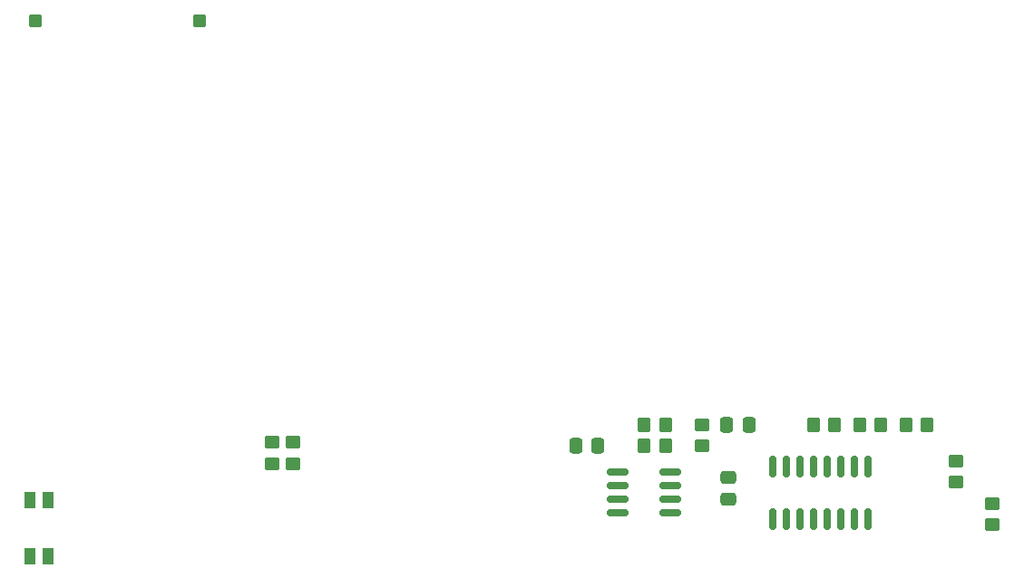
<source format=gtp>
%TF.GenerationSoftware,KiCad,Pcbnew,7.0.5*%
%TF.CreationDate,2023-10-28T19:32:45+05:30*%
%TF.ProjectId,tako_right,74616b6f-5f72-4696-9768-742e6b696361,rev?*%
%TF.SameCoordinates,Original*%
%TF.FileFunction,Paste,Top*%
%TF.FilePolarity,Positive*%
%FSLAX46Y46*%
G04 Gerber Fmt 4.6, Leading zero omitted, Abs format (unit mm)*
G04 Created by KiCad (PCBNEW 7.0.5) date 2023-10-28 19:32:45*
%MOMM*%
%LPD*%
G01*
G04 APERTURE LIST*
G04 Aperture macros list*
%AMRoundRect*
0 Rectangle with rounded corners*
0 $1 Rounding radius*
0 $2 $3 $4 $5 $6 $7 $8 $9 X,Y pos of 4 corners*
0 Add a 4 corners polygon primitive as box body*
4,1,4,$2,$3,$4,$5,$6,$7,$8,$9,$2,$3,0*
0 Add four circle primitives for the rounded corners*
1,1,$1+$1,$2,$3*
1,1,$1+$1,$4,$5*
1,1,$1+$1,$6,$7*
1,1,$1+$1,$8,$9*
0 Add four rect primitives between the rounded corners*
20,1,$1+$1,$2,$3,$4,$5,0*
20,1,$1+$1,$4,$5,$6,$7,0*
20,1,$1+$1,$6,$7,$8,$9,0*
20,1,$1+$1,$8,$9,$2,$3,0*%
G04 Aperture macros list end*
%ADD10RoundRect,0.312500X-0.312500X-0.312500X0.312500X-0.312500X0.312500X0.312500X-0.312500X0.312500X0*%
%ADD11RoundRect,0.250000X0.350000X0.450000X-0.350000X0.450000X-0.350000X-0.450000X0.350000X-0.450000X0*%
%ADD12RoundRect,0.250000X-0.350000X-0.450000X0.350000X-0.450000X0.350000X0.450000X-0.350000X0.450000X0*%
%ADD13RoundRect,0.150000X0.825000X0.150000X-0.825000X0.150000X-0.825000X-0.150000X0.825000X-0.150000X0*%
%ADD14RoundRect,0.250000X0.450000X-0.350000X0.450000X0.350000X-0.450000X0.350000X-0.450000X-0.350000X0*%
%ADD15RoundRect,0.250000X0.475000X-0.337500X0.475000X0.337500X-0.475000X0.337500X-0.475000X-0.337500X0*%
%ADD16RoundRect,0.312500X0.312500X0.312500X-0.312500X0.312500X-0.312500X-0.312500X0.312500X-0.312500X0*%
%ADD17RoundRect,0.250000X0.337500X0.475000X-0.337500X0.475000X-0.337500X-0.475000X0.337500X-0.475000X0*%
%ADD18RoundRect,0.250000X-0.337500X-0.475000X0.337500X-0.475000X0.337500X0.475000X-0.337500X0.475000X0*%
%ADD19R,1.000000X1.550000*%
%ADD20RoundRect,0.150000X-0.150000X0.825000X-0.150000X-0.825000X0.150000X-0.825000X0.150000X0.825000X0*%
%ADD21RoundRect,0.250000X-0.450000X0.350000X-0.450000X-0.350000X0.450000X-0.350000X0.450000X0.350000X0*%
G04 APERTURE END LIST*
D10*
%TO.C,BAT_HOLE-101*%
X38155480Y-57819423D03*
%TD*%
D11*
%TO.C,JP101*%
X96923373Y-95592136D03*
X94923373Y-95592136D03*
%TD*%
D12*
%TO.C,R107*%
X110741405Y-95592136D03*
X112741405Y-95592136D03*
%TD*%
D13*
%TO.C,U103*%
X97398371Y-103842135D03*
X97398371Y-102572135D03*
X97398371Y-101302135D03*
X97398371Y-100032135D03*
X92448371Y-100032135D03*
X92448371Y-101302135D03*
X92448371Y-102572135D03*
X92448371Y-103842135D03*
%TD*%
D12*
%TO.C,R109*%
X115057340Y-95592136D03*
X117057340Y-95592136D03*
%TD*%
D14*
%TO.C,R105*%
X127410896Y-104957579D03*
X127410896Y-102957579D03*
%TD*%
D11*
%TO.C,R110*%
X96923372Y-97592136D03*
X94923372Y-97592136D03*
%TD*%
D15*
%TO.C,C102*%
X102839547Y-102579634D03*
X102839547Y-100504634D03*
%TD*%
D12*
%TO.C,R108*%
X119373278Y-95592134D03*
X121373278Y-95592134D03*
%TD*%
D14*
%TO.C,R111*%
X100323371Y-97592137D03*
X100323371Y-95592137D03*
%TD*%
D16*
%TO.C,BAT_HOLE+101*%
X53428978Y-57819423D03*
%TD*%
D17*
%TO.C,C101*%
X104723370Y-95592135D03*
X102648370Y-95592135D03*
%TD*%
D18*
%TO.C,C103*%
X88552047Y-97592135D03*
X90627047Y-97592135D03*
%TD*%
D19*
%TO.C,RSW101*%
X37587468Y-107855596D03*
X37587468Y-102605596D03*
X39287468Y-107855596D03*
X39287468Y-102605596D03*
%TD*%
D20*
%TO.C,U102*%
X115868373Y-99462136D03*
X114598373Y-99462136D03*
X113328373Y-99462136D03*
X112058373Y-99462136D03*
X110788373Y-99462136D03*
X109518373Y-99462136D03*
X108248373Y-99462136D03*
X106978373Y-99462136D03*
X106978373Y-104412136D03*
X108248373Y-104412136D03*
X109518373Y-104412136D03*
X110788373Y-104412136D03*
X112058373Y-104412136D03*
X113328373Y-104412136D03*
X114598373Y-104412136D03*
X115868373Y-104412136D03*
%TD*%
D14*
%TO.C,R106*%
X124060895Y-100957580D03*
X124060895Y-98957580D03*
%TD*%
D21*
%TO.C,R104*%
X62158122Y-97216057D03*
X62158122Y-99216057D03*
%TD*%
%TO.C,R112*%
X60189965Y-97216057D03*
X60189965Y-99216057D03*
%TD*%
M02*

</source>
